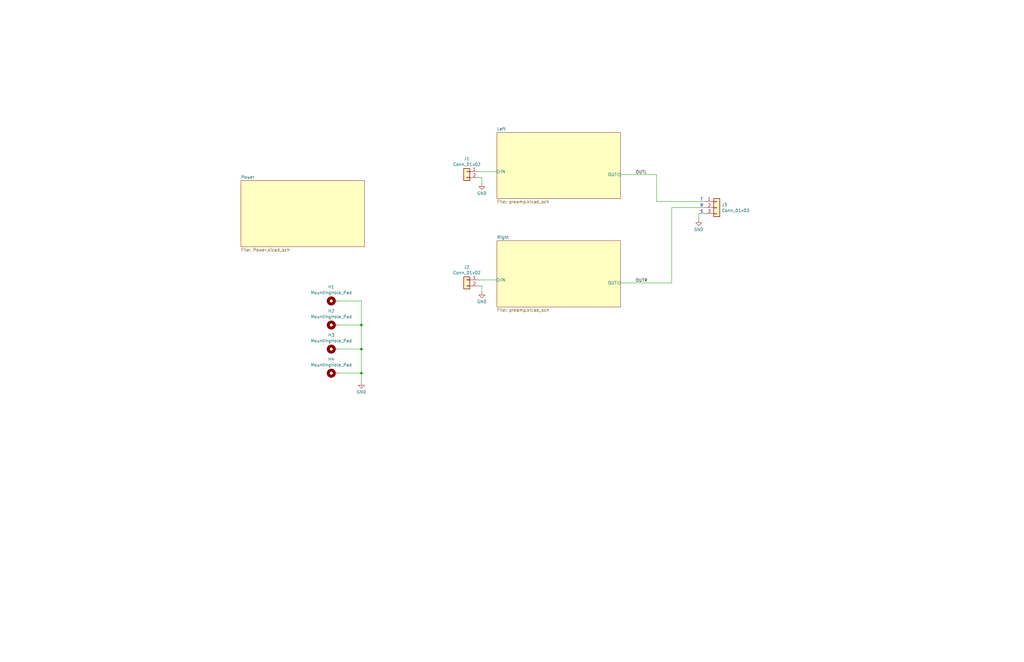
<source format=kicad_sch>
(kicad_sch (version 20250114) (generator "eeschema") (generator_version "9.0")
  (paper "B")
  (lib_symbols
    (symbol "Connector_Generic:Conn_01x02" (pin_names (offset 1.016) (hide yes))
      (property "Reference" "J" (at 0 2.54 0))
      (property "Value" "Conn_01x02" (at 0 -5.08 0))
      (symbol "Conn_01x02_1_1"
        (rectangle (start -1.27 1.27) (end 1.27 -3.81) (stroke (width 0.254)) (fill (type background)))
        (rectangle (start -1.27 0.127) (end 0 -0.127) (stroke (width 0.1524)))
        (rectangle (start -1.27 -2.413) (end 0 -2.667) (stroke (width 0.1524)))
        (pin passive line (at -5.08 0 0) (length 3.81) (name "Pin_1") (number "1"))
        (pin passive line (at -5.08 -2.54 0) (length 3.81) (name "Pin_2") (number "2"))
      )
    )
    (symbol "Connector_Generic:Conn_01x03" (pin_names (offset 1.016) (hide yes))
      (property "Reference" "J" (at 0 5.08 0))
      (property "Value" "Conn_01x03" (at 0 -5.08 0))
      (symbol "Conn_01x03_1_1"
        (rectangle (start -1.27 3.81) (end 1.27 -3.81) (stroke (width 0.254)) (fill (type background)))
        (rectangle (start -1.27 2.667) (end 0 2.413) (stroke (width 0.1524)))
        (rectangle (start -1.27 0.127) (end 0 -0.127) (stroke (width 0.1524)))
        (rectangle (start -1.27 -2.413) (end 0 -2.667) (stroke (width 0.1524)))
        (pin passive line (at -5.08 2.54 0) (length 3.81) (name "Pin_1") (number "1"))
        (pin passive line (at -5.08 0 0) (length 3.81) (name "Pin_2") (number "2"))
        (pin passive line (at -5.08 -2.54 0) (length 3.81) (name "Pin_3") (number "3"))
      )
    )
    (symbol "Mechanical:MountingHole_Pad" (pin_numbers (hide yes)) (pin_names (offset 1.016) (hide yes)) (exclude_from_sim yes) (in_bom no)
      (property "Reference" "H" (at 0 6.35 0))
      (property "Value" "MountingHole_Pad" (at 0 4.445 0))
      (symbol "MountingHole_Pad_0_1"
        (circle (center 0 1.27) (radius 1.27) (stroke (width 1.27)))
      )
      (symbol "MountingHole_Pad_1_1"
        (pin input line (at 0 -2.54 90) (length 2.54) (name "1") (number "1"))
      )
    )
    (symbol "power:GND" (power) (pin_numbers (hide yes)) (pin_names (offset 0) (hide yes))
      (property "Value" "GND" (at 0 -3.81 0))
      (symbol "GND_0_1"
        (polyline (pts (xy 0 0) (xy 0 -1.27) (xy 1.27 -1.27) (xy 0 -2.54) (xy -1.27 -1.27) (xy 0 -1.27)))
      )
      (symbol "GND_1_1"
        (pin power_in line (at 0 0 270) (length 0) (name "~") (number "1"))
      )
    )
  )
  (text "T" (at 295.91 84.328 0) (effects (font (size 1.27 1.27))))
  (text "R" (at 295.91 86.868 0) (effects (font (size 1.27 1.27))))
  (text "S" (at 295.91 89.408 0) (effects (font (size 1.27 1.27))))
  (junction (at 152.4 157.48))
  (junction (at 152.4 137.16))
  (junction (at 152.4 147.32))
  (wire (pts (xy 297.18 85.09) (xy 276.86 85.09)))
  (wire (pts (xy 294.64 90.17) (xy 294.64 92.71)))
  (wire (pts (xy 276.86 85.09) (xy 276.86 73.66)))
  (wire (pts (xy 143.51 157.48) (xy 152.4 157.48)))
  (wire (pts (xy 283.21 87.63) (xy 283.21 119.38)))
  (wire (pts (xy 143.51 147.32) (xy 152.4 147.32)))
  (wire (pts (xy 152.4 147.32) (xy 152.4 157.48)))
  (wire (pts (xy 203.2 120.65) (xy 203.2 123.19)))
  (wire (pts (xy 203.2 74.93) (xy 201.93 74.93)))
  (wire (pts (xy 276.86 73.66) (xy 261.62 73.66)))
  (wire (pts (xy 297.18 87.63) (xy 283.21 87.63)))
  (wire (pts (xy 201.93 118.11) (xy 209.55 118.11)))
  (wire (pts (xy 143.51 127) (xy 152.4 127)))
  (wire (pts (xy 152.4 127) (xy 152.4 137.16)))
  (wire (pts (xy 152.4 137.16) (xy 152.4 147.32)))
  (wire (pts (xy 203.2 120.65) (xy 201.93 120.65)))
  (wire (pts (xy 294.64 90.17) (xy 297.18 90.17)))
  (wire (pts (xy 143.51 137.16) (xy 152.4 137.16)))
  (wire (pts (xy 209.55 72.39) (xy 201.93 72.39)))
  (wire (pts (xy 152.4 157.48) (xy 152.4 161.29)))
  (wire (pts (xy 283.21 119.38) (xy 261.62 119.38)))
  (wire (pts (xy 203.2 74.93) (xy 203.2 77.47)))
  (label "OUTL" (at 267.97 73.66 0))
  (label "OUTR" (at 267.97 119.38 0))
  (symbol (lib_id "power:GND") (at 203.2 123.19 0) (unit 1)
    (property "Reference" "#PWR04" (effects (hide yes)))
    (property "Value" "GND" (at 203.2 127.3231 0))
    (property "Description" "Power symbol creates a global label with name \"GND\" , ground" (effects (hide yes)))
  )
  (symbol (lib_id "Mechanical:MountingHole_Pad") (at 140.97 157.48 90) (unit 1)
    (property "Reference" "H4" (at 139.7 151.5575 90))
    (property "Value" "MountingHole_Pad" (at 139.7 153.9818 90))
    (property "Footprint" "MountingHole:MountingHole_3.2mm_M3_DIN965_Pad" (effects (hide yes)))
    (property "Description" "Mounting Hole with connection" (effects (hide yes)))
  )
  (symbol (lib_id "Connector_Generic:Conn_01x02") (at 196.85 72.39 0) (mirror y) (unit 1)
    (property "Reference" "J1" (at 196.85 66.9755 0))
    (property "Value" "Conn_01x02" (at 196.85 69.3998 0))
    (property "Footprint" "Connector_PinHeader_2.54mm:PinHeader_1x02_P2.54mm_Vertical" (effects (hide yes)))
    (property "Description" "Generic connector, single row, 01x02, script generated (kicad-library-utils/schlib/autogen/connector/)" (effects (hide yes)))
  )
  (symbol (lib_id "Connector_Generic:Conn_01x02") (at 196.85 118.11 0) (mirror y) (unit 1)
    (property "Reference" "J2" (at 196.85 112.6955 0))
    (property "Value" "Conn_01x02" (at 196.85 115.1198 0))
    (property "Footprint" "Connector_PinHeader_2.54mm:PinHeader_1x02_P2.54mm_Vertical" (effects (hide yes)))
    (property "Description" "Generic connector, single row, 01x02, script generated (kicad-library-utils/schlib/autogen/connector/)" (effects (hide yes)))
  )
  (symbol (lib_id "power:GND") (at 294.64 92.71 0) (unit 1)
    (property "Reference" "#PWR023" (effects (hide yes)))
    (property "Value" "GND" (at 294.64 96.8431 0))
    (property "Description" "Power symbol creates a global label with name \"GND\" , ground" (effects (hide yes)))
  )
  (symbol (lib_id "Connector_Generic:Conn_01x03") (at 302.26 87.63 0) (unit 1)
    (property "Reference" "J3" (at 304.292 86.4178 0) (effects (justify left)))
    (property "Value" "Conn_01x03" (at 304.292 88.8421 0) (effects (justify left)))
    (property "Footprint" "Connector_PinHeader_2.54mm:PinHeader_1x03_P2.54mm_Vertical" (effects (hide yes)))
    (property "Description" "Generic connector, single row, 01x03, script generated (kicad-library-utils/schlib/autogen/connector/)" (effects (hide yes)))
  )
  (symbol (lib_id "power:GND") (at 203.2 77.47 0) (unit 1)
    (property "Reference" "#PWR03" (effects (hide yes)))
    (property "Value" "GND" (at 203.2 81.6031 0))
    (property "Description" "Power symbol creates a global label with name \"GND\" , ground" (effects (hide yes)))
  )
  (symbol (lib_id "power:GND") (at 152.4 161.29 0) (unit 1)
    (property "Reference" "#PWR024" (effects (hide yes)))
    (property "Value" "GND" (at 152.4 165.4231 0))
    (property "Description" "Power symbol creates a global label with name \"GND\" , ground" (effects (hide yes)))
  )
  (symbol (lib_id "Mechanical:MountingHole_Pad") (at 140.97 137.16 90) (unit 1)
    (property "Reference" "H2" (at 139.7 131.2375 90))
    (property "Value" "MountingHole_Pad" (at 139.7 133.6618 90))
    (property "Footprint" "MountingHole:MountingHole_3.2mm_M3_DIN965_Pad" (effects (hide yes)))
    (property "Description" "Mounting Hole with connection" (effects (hide yes)))
  )
  (symbol (lib_id "Mechanical:MountingHole_Pad") (at 140.97 147.32 90) (unit 1)
    (property "Reference" "H3" (at 139.7 141.3975 90))
    (property "Value" "MountingHole_Pad" (at 139.7 143.8218 90))
    (property "Footprint" "MountingHole:MountingHole_3.2mm_M3_DIN965_Pad" (effects (hide yes)))
    (property "Description" "Mounting Hole with connection" (effects (hide yes)))
  )
  (symbol (lib_id "Mechanical:MountingHole_Pad") (at 140.97 127 90) (unit 1)
    (property "Reference" "H1" (at 139.7 121.0775 90))
    (property "Value" "MountingHole_Pad" (at 139.7 123.5018 90))
    (property "Footprint" "MountingHole:MountingHole_3.2mm_M3_DIN965_Pad" (effects (hide yes)))
    (property "Description" "Mounting Hole with connection" (effects (hide yes)))
  )
  (sheet (at 209.55 101.6) (size 52.07 27.94) (stroke (width 0.1524)) (fill (color 255 255 194 1.0000))
    (property "Sheetname" "Right" (at 209.55 100.8884 0) (effects (justify left bottom)))
    (property "Sheetfile" "preamp.kicad_sch" (at 209.55 130.1246 0) (effects (justify left top)))
    (pin "IN" input (at 209.55 118.11 180))
    (pin "OUT" input (at 261.62 119.38 0))
  )
  (sheet (at 209.55 55.88) (size 52.07 27.94) (stroke (width 0.1524)) (fill (color 255 255 194 1.0000))
    (property "Sheetname" "Left" (at 209.55 55.1684 0) (effects (justify left bottom)))
    (property "Sheetfile" "preamp.kicad_sch" (at 209.55 84.4046 0) (effects (justify left top)))
    (pin "IN" input (at 209.55 72.39 180))
    (pin "OUT" input (at 261.62 73.66 0))
  )
  (sheet (at 101.6 76.2) (size 52.07 27.94) (stroke (width 0.1524)) (fill (color 255 255 194 1.0000))
    (property "Sheetname" "Power" (at 101.6 75.4884 0) (effects (justify left bottom)))
    (property "Sheetfile" "Power.kicad_sch" (at 101.6 104.7246 0) (effects (justify left top)))
  )
)
</source>
